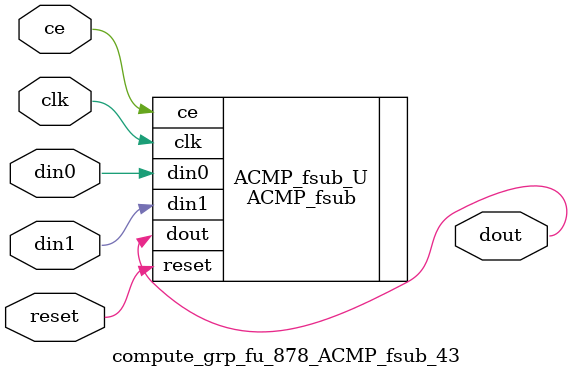
<source format=v>

`timescale 1 ns / 1 ps
module compute_grp_fu_878_ACMP_fsub_43(
    clk,
    reset,
    ce,
    din0,
    din1,
    dout);

parameter ID = 32'd1;
parameter NUM_STAGE = 32'd1;
parameter din0_WIDTH = 32'd1;
parameter din1_WIDTH = 32'd1;
parameter dout_WIDTH = 32'd1;
input clk;
input reset;
input ce;
input[din0_WIDTH - 1:0] din0;
input[din1_WIDTH - 1:0] din1;
output[dout_WIDTH - 1:0] dout;



ACMP_fsub #(
.ID( ID ),
.NUM_STAGE( 4 ),
.din0_WIDTH( din0_WIDTH ),
.din1_WIDTH( din1_WIDTH ),
.dout_WIDTH( dout_WIDTH ))
ACMP_fsub_U(
    .clk( clk ),
    .reset( reset ),
    .ce( ce ),
    .din0( din0 ),
    .din1( din1 ),
    .dout( dout ));

endmodule

</source>
